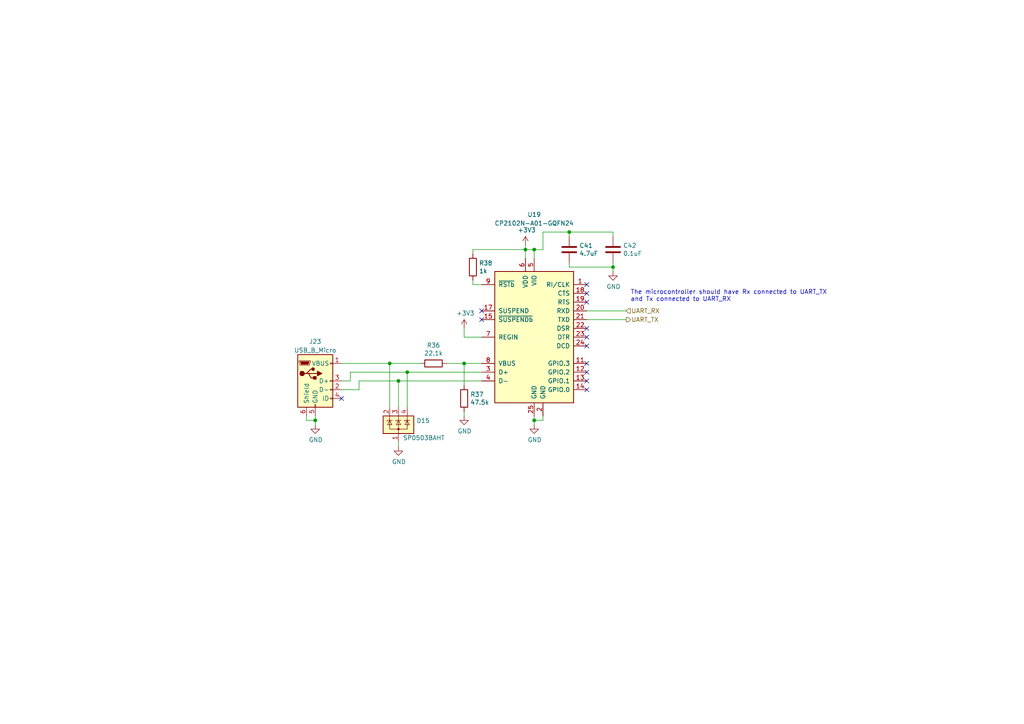
<source format=kicad_sch>
(kicad_sch (version 20230121) (generator eeschema)
  (paper "A4")
  (lib_symbols
    (symbol "Dash2-rescue:SP0503BAHT-Power_Protection" (pin_names hide)
      (property "Reference" "D" (at 5.715 2.54 0))
      (property "Value" "SP0503BAHT-Power_Protection" (at 5.715 0.635 0))
      (symbol "SP0503BAHT-Power_Protection_0_0"
        (pin passive line (at 0 -5.08 90) (length 2.54) (name "A") (number "1"))
      )
      (symbol "SP0503BAHT-Power_Protection_0_1"
        (rectangle (start -4.445 2.54) (end 4.445 -2.54) (stroke (width 0.254)) (fill (type background)))
        (circle (center 0 -1.27) (radius 0.254) (fill (type outline)))
        (polyline (pts (xy -2.54 2.54) (xy -2.54 1.27)))
        (polyline (pts (xy 0 -1.27) (xy 0 -2.54)))
        (polyline (pts (xy 0 -1.27) (xy 0 1.27)))
        (polyline (pts (xy 0 2.54) (xy 0 1.27)))
        (polyline (pts (xy 0.635 1.27) (xy 0.762 1.27)))
        (polyline (pts (xy 2.54 2.54) (xy 2.54 1.27)))
        (polyline (pts (xy 0.635 1.27) (xy -0.762 1.27) (xy -0.762 1.016)))
        (polyline (pts (xy -3.302 1.016) (xy -3.302 1.27) (xy -1.905 1.27) (xy -1.778 1.27)))
        (polyline (pts (xy -2.54 1.27) (xy -2.54 -1.27) (xy 2.54 -1.27) (xy 2.54 1.27)))
        (polyline (pts (xy -2.54 1.27) (xy -1.905 0) (xy -3.175 0) (xy -2.54 1.27)))
        (polyline (pts (xy 0.635 0) (xy -0.635 0) (xy 0 1.27) (xy 0.635 0)))
        (polyline (pts (xy 1.778 1.016) (xy 1.778 1.27) (xy 3.175 1.27) (xy 3.302 1.27)))
        (polyline (pts (xy 2.54 1.27) (xy 1.905 0) (xy 3.175 0) (xy 2.54 1.27)))
      )
      (symbol "SP0503BAHT-Power_Protection_1_1"
        (pin passive line (at -2.54 5.08 270) (length 2.54) (name "K") (number "2"))
        (pin passive line (at 0 5.08 270) (length 2.54) (name "K") (number "3"))
        (pin passive line (at 2.54 5.08 270) (length 2.54) (name "K") (number "4"))
      )
    )
    (symbol "Dashboard-rescue:USB_B_Micro-Connector" (pin_names (offset 1.016))
      (property "Reference" "J" (at -5.08 11.43 0))
      (property "Value" "USB_B_Micro-Connector" (at -5.08 8.89 0))
      (symbol "USB_B_Micro-Connector_0_1"
        (rectangle (start -5.08 -7.62) (end 5.08 7.62) (stroke (width 0.254)) (fill (type background)))
        (circle (center -3.81 2.159) (radius 0.635) (stroke (width 0.254)) (fill (type outline)))
        (circle (center -0.635 3.429) (radius 0.381) (stroke (width 0.254)) (fill (type outline)))
        (rectangle (start -0.127 -7.62) (end 0.127 -6.858))
        (polyline (pts (xy -1.905 2.159) (xy 0.635 2.159)) (stroke (width 0.254)))
        (polyline (pts (xy -3.175 2.159) (xy -2.54 2.159) (xy -1.27 3.429) (xy -0.635 3.429)) (stroke (width 0.254)))
        (polyline (pts (xy -2.54 2.159) (xy -1.905 2.159) (xy -1.27 0.889) (xy 0 0.889)) (stroke (width 0.254)))
        (polyline (pts (xy 0.635 2.794) (xy 0.635 1.524) (xy 1.905 2.159) (xy 0.635 2.794)) (stroke (width 0.254)) (fill (type outline)))
        (polyline (pts (xy -4.318 5.588) (xy -1.778 5.588) (xy -2.032 4.826) (xy -4.064 4.826) (xy -4.318 5.588)) (fill (type outline)))
        (polyline (pts (xy -4.699 5.842) (xy -4.699 5.588) (xy -4.445 4.826) (xy -4.445 4.572) (xy -1.651 4.572) (xy -1.651 4.826) (xy -1.397 5.588) (xy -1.397 5.842) (xy -4.699 5.842)))
        (rectangle (start 0.254 1.27) (end -0.508 0.508) (stroke (width 0.254)) (fill (type outline)))
        (rectangle (start 5.08 -5.207) (end 4.318 -4.953))
        (rectangle (start 5.08 -2.667) (end 4.318 -2.413))
        (rectangle (start 5.08 -0.127) (end 4.318 0.127))
        (rectangle (start 5.08 4.953) (end 4.318 5.207))
      )
      (symbol "USB_B_Micro-Connector_1_1"
        (pin power_out line (at 7.62 5.08 180) (length 2.54) (name "VBUS") (number "1"))
        (pin passive line (at 7.62 -2.54 180) (length 2.54) (name "D-") (number "2"))
        (pin passive line (at 7.62 0 180) (length 2.54) (name "D+") (number "3"))
        (pin passive line (at 7.62 -5.08 180) (length 2.54) (name "ID") (number "4"))
        (pin power_out line (at 0 -10.16 90) (length 2.54) (name "GND") (number "5"))
        (pin passive line (at -2.54 -10.16 90) (length 2.54) (name "Shield") (number "6"))
      )
    )
    (symbol "Device:C" (pin_numbers hide) (pin_names (offset 0.254))
      (property "Reference" "C" (at 0.635 2.54 0))
      (property "Value" "C" (at 0.635 -2.54 0))
      (symbol "C_0_1"
        (polyline (pts (xy -2.032 -0.762) (xy 2.032 -0.762)) (stroke (width 0.508)))
        (polyline (pts (xy -2.032 0.762) (xy 2.032 0.762)) (stroke (width 0.508)))
      )
      (symbol "C_1_1"
        (pin passive line (at 0 3.81 270) (length 2.794) (name "~") (number "1"))
        (pin passive line (at 0 -3.81 90) (length 2.794) (name "~") (number "2"))
      )
    )
    (symbol "Device:R" (pin_numbers hide) (pin_names (offset 0))
      (property "Reference" "R" (at 2.032 0 90))
      (property "Value" "R" (at 0 0 90))
      (symbol "R_0_1"
        (rectangle (start -1.016 -2.54) (end 1.016 2.54) (stroke (width 0.254)))
      )
      (symbol "R_1_1"
        (pin passive line (at 0 3.81 270) (length 1.27) (name "~") (number "1"))
        (pin passive line (at 0 -3.81 90) (length 1.27) (name "~") (number "2"))
      )
    )
    (symbol "Interface_USB:CP2102N-A01-GQFN24" (pin_names (offset 1.016))
      (property "Reference" "U" (at -5.08 22.225 0))
      (property "Value" "Interface_USB_CP2102N-A01-GQFN24" (at -5.08 20.32 0))
      (symbol "CP2102N-A01-GQFN24_0_1"
        (rectangle (start -11.43 19.05) (end 11.43 -19.05) (stroke (width 0.254)) (fill (type background)))
      )
      (symbol "CP2102N-A01-GQFN24_1_1"
        (pin bidirectional line (at 15.24 15.24 180) (length 3.81) (name "RI/CLK") (number "1"))
        (pin no_connect line (at 10.16 -22.86 90) (length 3.81) hide (name "NC") (number "10"))
        (pin bidirectional line (at 15.24 -7.62 180) (length 3.81) (name "GPIO.3") (number "11"))
        (pin bidirectional line (at 15.24 -10.16 180) (length 3.81) (name "GPIO.2") (number "12"))
        (pin bidirectional line (at 15.24 -12.7 180) (length 3.81) (name "GPIO.1") (number "13"))
        (pin bidirectional line (at 15.24 -15.24 180) (length 3.81) (name "GPIO.0") (number "14"))
        (pin output line (at -15.24 5.08 0) (length 3.81) (name "~{SUSPENDb}") (number "15"))
        (pin no_connect line (at 7.62 -22.86 90) (length 3.81) hide (name "NC") (number "16"))
        (pin output line (at -15.24 7.62 0) (length 3.81) (name "SUSPEND") (number "17"))
        (pin input line (at 15.24 12.7 180) (length 3.81) (name "CTS") (number "18"))
        (pin output line (at 15.24 10.16 180) (length 3.81) (name "RTS") (number "19"))
        (pin power_in line (at 2.54 -22.86 90) (length 3.81) (name "GND") (number "2"))
        (pin input line (at 15.24 7.62 180) (length 3.81) (name "RXD") (number "20"))
        (pin output line (at 15.24 5.08 180) (length 3.81) (name "TXD") (number "21"))
        (pin input line (at 15.24 2.54 180) (length 3.81) (name "DSR") (number "22"))
        (pin output line (at 15.24 0 180) (length 3.81) (name "DTR") (number "23"))
        (pin input line (at 15.24 -2.54 180) (length 3.81) (name "DCD") (number "24"))
        (pin power_in line (at 0 -22.86 90) (length 3.81) (name "GND") (number "25"))
        (pin bidirectional line (at -15.24 -10.16 0) (length 3.81) (name "D+") (number "3"))
        (pin bidirectional line (at -15.24 -12.7 0) (length 3.81) (name "D-") (number "4"))
        (pin power_in line (at 0 22.86 270) (length 3.81) (name "VIO") (number "5"))
        (pin power_in line (at -2.54 22.86 270) (length 3.81) (name "VDD") (number "6"))
        (pin power_in line (at -15.24 0 0) (length 3.81) (name "REGIN") (number "7"))
        (pin input line (at -15.24 -7.62 0) (length 3.81) (name "VBUS") (number "8"))
        (pin input line (at -15.24 15.24 0) (length 3.81) (name "~{RSTb}") (number "9"))
      )
    )
    (symbol "power:+3.3V" (power) (pin_names (offset 0))
      (property "Value" "+3.3V" (at 0 3.556 0))
      (symbol "+3.3V_0_1"
        (polyline (pts (xy -0.762 1.27) (xy 0 2.54)))
        (polyline (pts (xy 0 0) (xy 0 2.54)))
        (polyline (pts (xy 0 2.54) (xy 0.762 1.27)))
      )
      (symbol "+3.3V_1_1"
        (pin power_in line (at 0 0 90) (length 0) hide (name "+3V3") (number "1"))
      )
    )
    (symbol "power:GND" (power) (pin_names (offset 0))
      (property "Value" "GND" (at 0 -3.81 0))
      (symbol "GND_0_1"
        (polyline (pts (xy 0 0) (xy 0 -1.27) (xy 1.27 -1.27) (xy 0 -2.54) (xy -1.27 -1.27) (xy 0 -1.27)))
      )
      (symbol "GND_1_1"
        (pin power_in line (at 0 0 270) (length 0) hide (name "GND") (number "1"))
      )
    )
  )
  (junction (at 177.8 77.47))
  (junction (at 154.94 121.92))
  (junction (at 113.03 105.41))
  (junction (at 152.4 72.39))
  (junction (at 115.57 110.49))
  (junction (at 91.44 121.92))
  (junction (at 154.94 72.39))
  (junction (at 134.62 105.41))
  (junction (at 165.1 67.31))
  (junction (at 118.11 107.95))
  (no_connect (at 170.18 85.09))
  (no_connect (at 139.7 90.17))
  (no_connect (at 170.18 113.03))
  (no_connect (at 170.18 110.49))
  (no_connect (at 139.7 92.71))
  (no_connect (at 170.18 87.63))
  (no_connect (at 170.18 97.79))
  (no_connect (at 170.18 100.33))
  (no_connect (at 170.18 105.41))
  (no_connect (at 170.18 95.25))
  (no_connect (at 99.06 115.57))
  (no_connect (at 170.18 82.55))
  (no_connect (at 170.18 107.95))
  (wire (pts (xy 177.8 78.74) (xy 177.8 77.47)))
  (wire (pts (xy 134.62 95.25) (xy 134.62 97.79)))
  (wire (pts (xy 121.92 105.41) (xy 113.03 105.41)))
  (wire (pts (xy 165.1 77.47) (xy 177.8 77.47)))
  (wire (pts (xy 165.1 68.58) (xy 165.1 67.31)))
  (wire (pts (xy 99.06 113.03) (xy 104.14 113.03)))
  (wire (pts (xy 152.4 72.39) (xy 154.94 72.39)))
  (wire (pts (xy 157.48 121.92) (xy 157.48 120.65)))
  (wire (pts (xy 118.11 107.95) (xy 139.7 107.95)))
  (wire (pts (xy 99.06 105.41) (xy 113.03 105.41)))
  (wire (pts (xy 137.16 81.28) (xy 137.16 82.55)))
  (wire (pts (xy 154.94 121.92) (xy 157.48 121.92)))
  (wire (pts (xy 177.8 67.31) (xy 165.1 67.31)))
  (wire (pts (xy 157.48 72.39) (xy 154.94 72.39)))
  (wire (pts (xy 177.8 68.58) (xy 177.8 67.31)))
  (wire (pts (xy 134.62 97.79) (xy 139.7 97.79)))
  (wire (pts (xy 157.48 67.31) (xy 157.48 72.39)))
  (wire (pts (xy 134.62 105.41) (xy 139.7 105.41)))
  (wire (pts (xy 170.18 90.17) (xy 181.61 90.17)))
  (wire (pts (xy 129.54 105.41) (xy 134.62 105.41)))
  (wire (pts (xy 88.9 121.92) (xy 91.44 121.92)))
  (wire (pts (xy 101.6 110.49) (xy 99.06 110.49)))
  (wire (pts (xy 154.94 72.39) (xy 154.94 74.93)))
  (wire (pts (xy 137.16 82.55) (xy 139.7 82.55)))
  (wire (pts (xy 165.1 77.47) (xy 165.1 76.2)))
  (wire (pts (xy 154.94 120.65) (xy 154.94 121.92)))
  (wire (pts (xy 115.57 118.11) (xy 115.57 110.49)))
  (wire (pts (xy 113.03 118.11) (xy 113.03 105.41)))
  (wire (pts (xy 152.4 71.12) (xy 152.4 72.39)))
  (wire (pts (xy 137.16 72.39) (xy 152.4 72.39)))
  (wire (pts (xy 104.14 110.49) (xy 115.57 110.49)))
  (wire (pts (xy 91.44 121.92) (xy 91.44 123.19)))
  (wire (pts (xy 177.8 77.47) (xy 177.8 76.2)))
  (wire (pts (xy 104.14 113.03) (xy 104.14 110.49)))
  (wire (pts (xy 101.6 107.95) (xy 101.6 110.49)))
  (wire (pts (xy 170.18 92.71) (xy 181.61 92.71)))
  (wire (pts (xy 134.62 111.76) (xy 134.62 105.41)))
  (wire (pts (xy 115.57 129.54) (xy 115.57 128.27)))
  (wire (pts (xy 88.9 120.65) (xy 88.9 121.92)))
  (wire (pts (xy 165.1 67.31) (xy 157.48 67.31)))
  (wire (pts (xy 115.57 110.49) (xy 139.7 110.49)))
  (wire (pts (xy 137.16 72.39) (xy 137.16 73.66)))
  (wire (pts (xy 134.62 120.65) (xy 134.62 119.38)))
  (wire (pts (xy 101.6 107.95) (xy 118.11 107.95)))
  (wire (pts (xy 118.11 118.11) (xy 118.11 107.95)))
  (wire (pts (xy 154.94 121.92) (xy 154.94 123.19)))
  (wire (pts (xy 152.4 72.39) (xy 152.4 74.93)))
  (wire (pts (xy 91.44 121.92) (xy 91.44 120.65)))
  (text "The microcontroller should have Rx connected to UART_TX\nand Tx connected to UART_RX" (at 182.88 87.63 0) (effects (font (size 1.27 1.27)) (justify left bottom)))
  (hierarchical_label "UART_RX" (shape input) (at 181.61 90.17 0))
  (hierarchical_label "UART_TX" (shape output) (at 181.61 92.71 0))
  (symbol (lib_id "power:+3.3V") (at 134.62 95.25 0) (unit 1)
    (property "Reference" "#PWR0103" (effects hide))
    (property "Value" "+3.3V" (at 135.001 90.8558 0))
    (instances (project "Dashboard" (path "" (reference "#PWR0103") (unit 1))) (project "BPS-PeripheralSOM" (path "" (reference "#PWR06") (unit 1))))
  )
  (symbol (lib_id "power:GND") (at 115.57 129.54 0) (unit 1)
    (property "Reference" "#PWR0102" (effects hide))
    (property "Value" "GND" (at 115.697 133.9342 0))
    (instances (project "Dashboard" (path "" (reference "#PWR0102") (unit 1))) (project "BPS-PeripheralSOM" (path "" (reference "#PWR05") (unit 1))))
  )
  (symbol (lib_id "Device:R") (at 134.62 115.57 0) (unit 1)
    (property "Reference" "R37" (at 136.398 114.4016 0) (effects (justify left)))
    (property "Value" "47.5k" (at 136.398 116.713 0) (effects (justify left)))
    (property "Footprint" "Resistor_SMD:R_0805_2012Metric" (effects hide))
    (property "Mouser Part Number" "71-CRCW0805-47.5K-E3" (effects hide))
    (instances (project "Dashboard" (path "" (reference "R37") (unit 1))) (project "BPS-PeripheralSOM" (path "" (reference "R4") (unit 1))))
  )
  (symbol (lib_id "power:GND") (at 177.8 78.74 0) (unit 1)
    (property "Reference" "#PWR0107" (effects hide))
    (property "Value" "GND" (at 177.927 83.1342 0))
    (instances (project "Dashboard" (path "" (reference "#PWR0107") (unit 1))) (project "BPS-PeripheralSOM" (path "" (reference "#PWR010") (unit 1))))
  )
  (symbol (lib_id "power:GND") (at 91.44 123.19 0) (unit 1)
    (property "Reference" "#PWR0101" (effects hide))
    (property "Value" "GND" (at 91.567 127.5842 0))
    (instances (project "Dashboard" (path "" (reference "#PWR0101") (unit 1))) (project "BPS-PeripheralSOM" (path "" (reference "#PWR04") (unit 1))))
  )
  (symbol (lib_id "Dashboard-rescue:USB_B_Micro-Connector") (at 91.44 110.49 0) (unit 1)
    (property "Reference" "J23" (at 91.44 99.06 0))
    (property "Value" "USB_B_Micro" (at 91.44 101.6 0))
    (property "Footprint" "Connector_USB:USB_Micro-B_Molex-105017-0001" (effects hide))
    (property "P/N" "105017-1001" (effects hide))
    (property "Mouser Part Number" " 538-105017-1001 " (effects hide))
    (instances (project "Dashboard" (path "" (reference "J23") (unit 1))) (project "BPS-PeripheralSOM" (path "" (reference "J3") (unit 1))))
  )
  (symbol (lib_id "power:+3.3V") (at 152.4 71.12 0) (unit 1)
    (property "Reference" "#PWR0105" (effects hide))
    (property "Value" "+3.3V" (at 152.781 66.7258 0))
    (instances (project "Dashboard" (path "" (reference "#PWR0105") (unit 1))) (project "BPS-PeripheralSOM" (path "" (reference "#PWR08") (unit 1))))
  )
  (symbol (lib_id "Dash2-rescue:SP0503BAHT-Power_Protection") (at 115.57 123.19 0) (unit 1)
    (property "Reference" "D15" (at 120.777 122.0216 0) (effects (justify left)))
    (property "Value" "SP0503BAHT" (at 116.84 127 0) (effects (justify left)))
    (property "Footprint" "Package_TO_SOT_SMD:SOT-143" (effects hide))
    (property "Datasheet" "http://www.littelfuse.com/~/media/files/littelfuse/technical%20resources/documents/data%20sheets/sp05xxba.pdf" (effects hide))
    (property "Mouser Part Number" "576-SP0503BAHTG " (effects hide))
    (instances (project "Dashboard" (path "" (reference "D15") (unit 1))) (project "BPS-PeripheralSOM" (path "" (reference "D1") (unit 1))))
  )
  (symbol (lib_id "power:GND") (at 154.94 123.19 0) (unit 1)
    (property "Reference" "#PWR0106" (effects hide))
    (property "Value" "GND" (at 155.067 127.5842 0))
    (instances (project "Dashboard" (path "" (reference "#PWR0106") (unit 1))) (project "BPS-PeripheralSOM" (path "" (reference "#PWR09") (unit 1))))
  )
  (symbol (lib_id "Device:C") (at 177.8 72.39 0) (unit 1)
    (property "Reference" "C42" (at 180.721 71.2216 0) (effects (justify left)))
    (property "Value" "0.1uF" (at 180.721 73.533 0) (effects (justify left)))
    (property "Footprint" "Capacitor_SMD:C_0805_2012Metric" (effects hide))
    (property "Mouser Part Number" "80-C0805C104K3R " (effects hide))
    (instances (project "Dashboard" (path "" (reference "C42") (unit 1))) (project "BPS-PeripheralSOM" (path "" (reference "C10") (unit 1))))
  )
  (symbol (lib_id "Interface_USB:CP2102N-A01-GQFN24") (at 154.94 97.79 0) (unit 1)
    (property "Reference" "U19" (at 154.94 62.23 0))
    (property "Value" "CP2102N-A01-GQFN24" (at 154.94 64.77 0))
    (property "Footprint" "Package_DFN_QFN:QFN-24-1EP_4x4mm_P0.5mm_EP2.6x2.6mm" (effects hide))
    (property "Datasheet" "http://www.silabs.com/support%20documents/technicaldocs/cp2102n-datasheet.pdf" (effects hide))
    (property "Mouser Part Number" "634-CP2102NA01GQFN24 " (effects hide))
    (instances (project "Dashboard" (path "" (reference "U19") (unit 1))) (project "BPS-PeripheralSOM" (path "" (reference "U4") (unit 1))))
  )
  (symbol (lib_id "Device:R") (at 137.16 77.47 0) (unit 1)
    (property "Reference" "R38" (at 138.938 76.3016 0) (effects (justify left)))
    (property "Value" "1k" (at 138.938 78.613 0) (effects (justify left)))
    (property "Footprint" "Resistor_SMD:R_0805_2012Metric" (effects hide))
    (property "Mouser Part Number" "71-CRCW08051K00FKEAC" (effects hide))
    (instances (project "Dashboard" (path "" (reference "R38") (unit 1))) (project "BPS-PeripheralSOM" (path "" (reference "R5") (unit 1))))
  )
  (symbol (lib_id "Device:R") (at 125.73 105.41 270) (unit 1)
    (property "Reference" "R36" (at 125.73 100.1522 90))
    (property "Value" "22.1k" (at 125.73 102.4636 90))
    (property "Footprint" "Resistor_SMD:R_0805_2012Metric" (effects hide))
    (property "Mouser Part Number" "71-CRCW0805-22.1K-E3" (effects hide))
    (instances (project "Dashboard" (path "" (reference "R36") (unit 1))) (project "BPS-PeripheralSOM" (path "" (reference "R3") (unit 1))))
  )
  (symbol (lib_id "power:GND") (at 134.62 120.65 0) (unit 1)
    (property "Reference" "#PWR0104" (effects hide))
    (property "Value" "GND" (at 134.747 125.0442 0))
    (instances (project "Dashboard" (path "" (reference "#PWR0104") (unit 1))) (project "BPS-PeripheralSOM" (path "" (reference "#PWR07") (unit 1))))
  )
  (symbol (lib_id "Device:C") (at 165.1 72.39 0) (unit 1)
    (property "Reference" "C41" (at 168.021 71.2216 0) (effects (justify left)))
    (property "Value" "4.7uF" (at 168.021 73.533 0) (effects (justify left)))
    (property "Footprint" "Capacitor_SMD:C_0805_2012Metric" (effects hide))
    (property "Mouser Part Number" "80-C0805C475K3RAUTO " (effects hide))
    (instances (project "Dashboard" (path "" (reference "C41") (unit 1))) (project "BPS-PeripheralSOM" (path "" (reference "C9") (unit 1))))
  )
)
</source>
